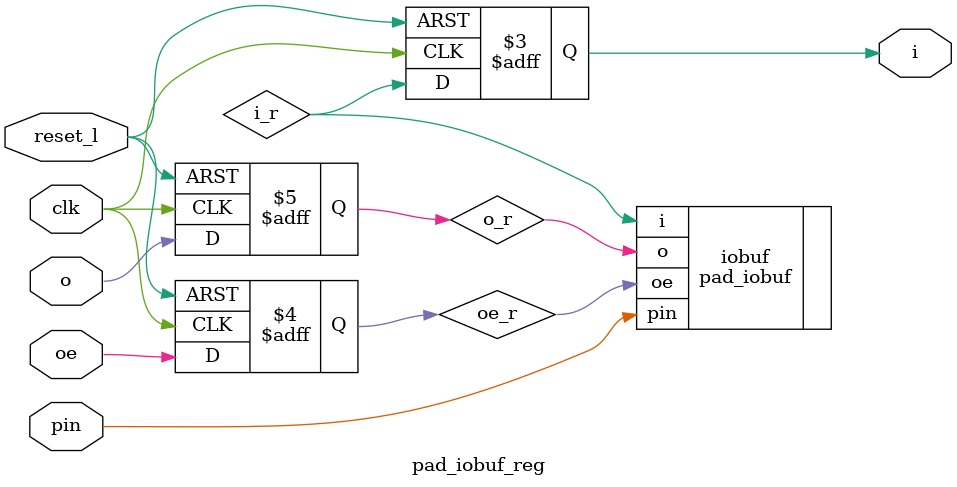
<source format=v>
module pad_iobuf_reg
  (
  reset_l,
  clk,
  pin,
  i,
  o,
  oe
  );

parameter TYPE = "3.0-V LVTTL";
parameter IZ = 1'd0;

input reset_l;
input clk;
inout pin;
output i;
input o;
input oe;

wire i_r;
reg oe_r /* synthesis altera_attribute = "-name fast_output_enable_register on" */;
reg i /* synthesis altera_attribute = "-name fast_input_register on" */;
reg o_r /* synthesis altera_attribute = "-name fast_output_register on" */;

pad_iobuf #(.TYPE (TYPE)) iobuf
  (
  .pin (pin),
  .oe (oe_r),
  .i (i_r),
  .o (o_r)
  );

always @(posedge clk or negedge reset_l)
  if (!reset_l)
    begin
      oe_r <= 0;
      i <= 0;
      o_r <= IZ;
    end
  else
    begin
      oe_r <= oe;
      o_r <= o;
      i <= i_r;
    end

endmodule

</source>
